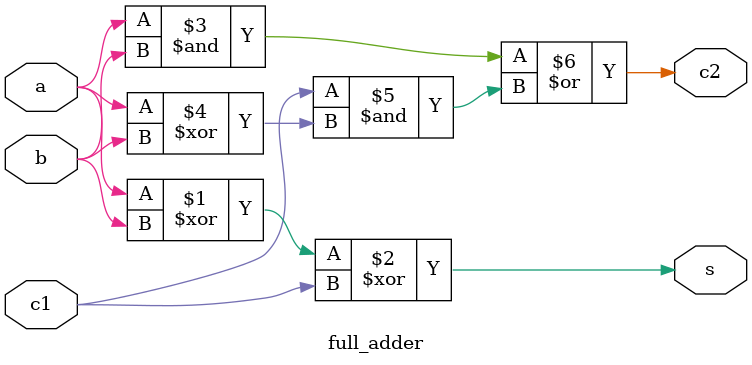
<source format=v>

module full_adder(s,c2,a,b,c1);
    input a,b,c1;
    output s,c2;
    //for sum
    assign s = a^b^c1;
    assign c2 = (a&b) | c1&(a^b);
endmodule
</source>
